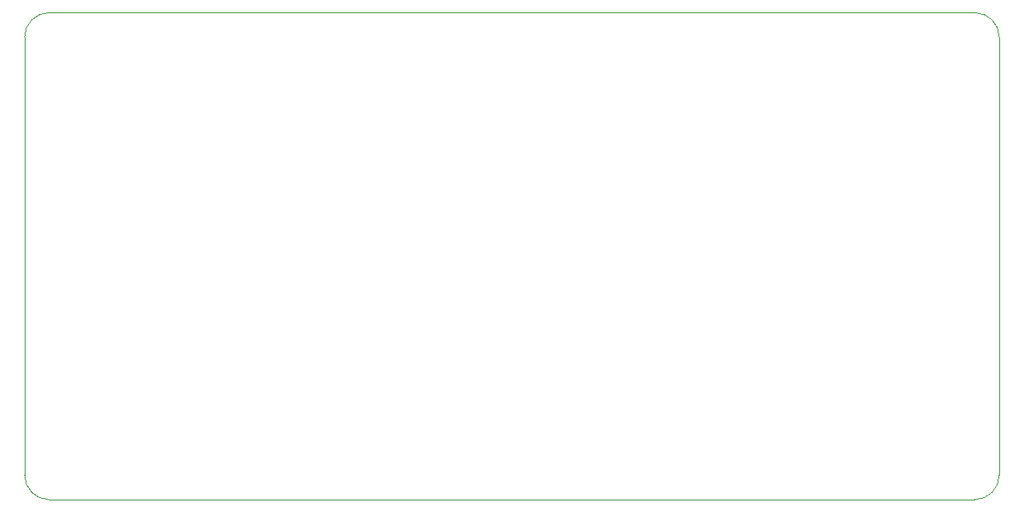
<source format=gm1>
%TF.GenerationSoftware,KiCad,Pcbnew,8.0.4-8.0.4-0~ubuntu24.04.1*%
%TF.CreationDate,2024-07-23T16:28:14+10:00*%
%TF.ProjectId,lo_cate_pcb,6c6f5f63-6174-4655-9f70-63622e6b6963,rev?*%
%TF.SameCoordinates,Original*%
%TF.FileFunction,Profile,NP*%
%FSLAX46Y46*%
G04 Gerber Fmt 4.6, Leading zero omitted, Abs format (unit mm)*
G04 Created by KiCad (PCBNEW 8.0.4-8.0.4-0~ubuntu24.04.1) date 2024-07-23 16:28:14*
%MOMM*%
%LPD*%
G01*
G04 APERTURE LIST*
%TA.AperFunction,Profile*%
%ADD10C,0.050000*%
%TD*%
G04 APERTURE END LIST*
D10*
X97525000Y-76100000D02*
X97525000Y-121100000D01*
X197525000Y-121100000D02*
G75*
G02*
X195025000Y-123600000I-2500000J0D01*
G01*
X100025000Y-123600000D02*
G75*
G02*
X97525000Y-121100000I0J2500000D01*
G01*
X97525000Y-76100000D02*
G75*
G02*
X100025000Y-73600000I2500000J0D01*
G01*
X197525000Y-76100000D02*
X197525000Y-121100000D01*
X195025000Y-73600000D02*
G75*
G02*
X197525000Y-76100000I0J-2500000D01*
G01*
X100025000Y-73600000D02*
X195025000Y-73600000D01*
X100025000Y-123600000D02*
X195025000Y-123600000D01*
M02*

</source>
